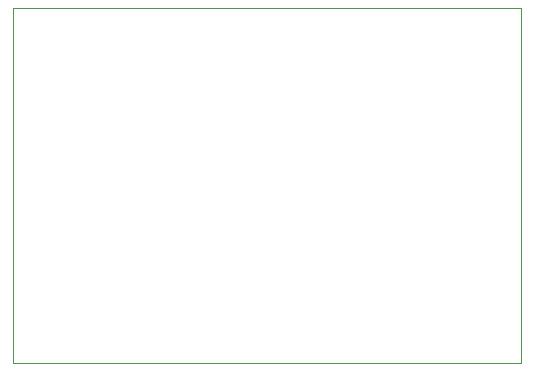
<source format=gm1>
%TF.GenerationSoftware,KiCad,Pcbnew,8.0.5-8.0.5-0~ubuntu20.04.1*%
%TF.CreationDate,2024-10-09T10:57:02+02:00*%
%TF.ProjectId,LIN_eval,4c494e5f-6576-4616-9c2e-6b696361645f,rev?*%
%TF.SameCoordinates,Original*%
%TF.FileFunction,Profile,NP*%
%FSLAX46Y46*%
G04 Gerber Fmt 4.6, Leading zero omitted, Abs format (unit mm)*
G04 Created by KiCad (PCBNEW 8.0.5-8.0.5-0~ubuntu20.04.1) date 2024-10-09 10:57:02*
%MOMM*%
%LPD*%
G01*
G04 APERTURE LIST*
%TA.AperFunction,Profile*%
%ADD10C,0.050000*%
%TD*%
G04 APERTURE END LIST*
D10*
X120000000Y-73750000D02*
X163000000Y-73750000D01*
X163000000Y-103750000D01*
X120000000Y-103750000D01*
X120000000Y-73750000D01*
M02*

</source>
